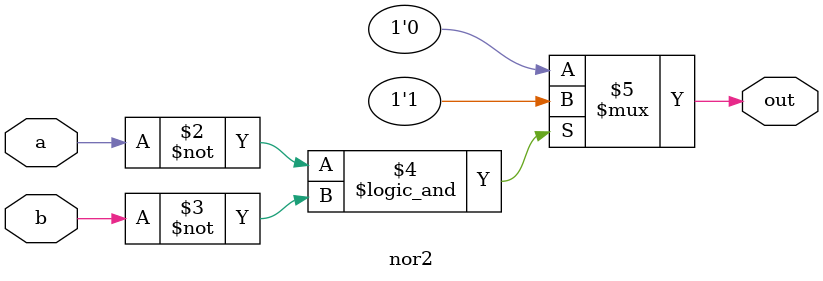
<source format=v>
module nor2 (
  input a,
  input b,
  output reg out
);

    always @(*) begin
        out = (~a && ~b) ? 1'b1 : 1'b0;
    end

    
endmodule

</source>
